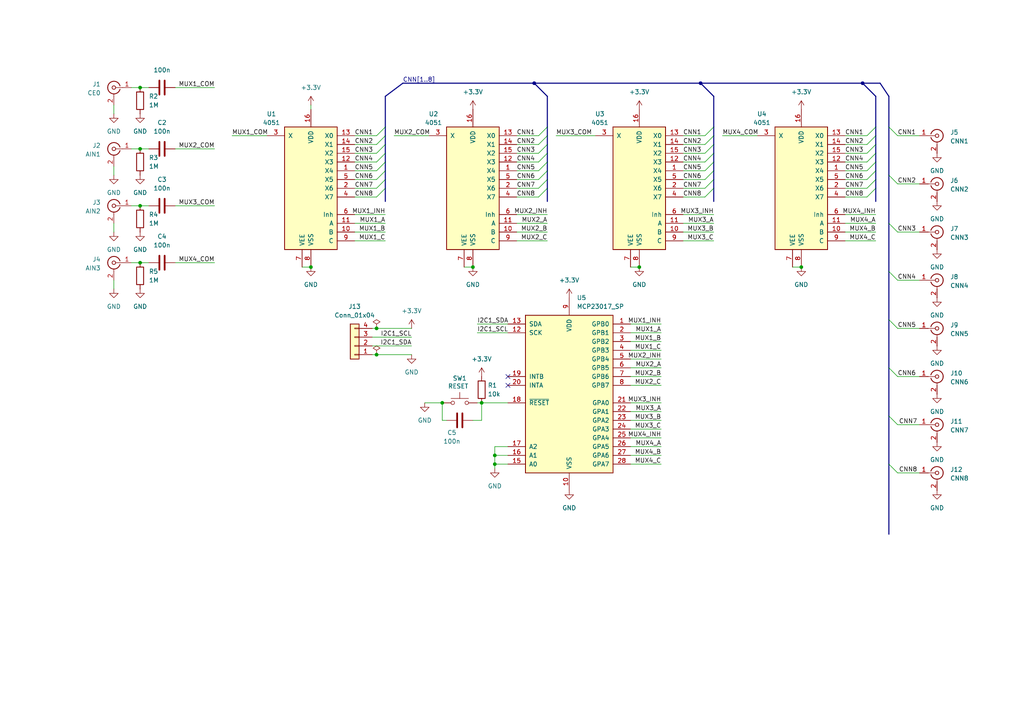
<source format=kicad_sch>
(kicad_sch (version 20231120) (generator "eeschema") (generator_version "8.0")
  (paper "A4")
  (lib_symbols
    (symbol "4xxx:4051" (pin_names (offset 1.016))
      (property "Reference" "U" (at -7.62 19.05 0))
      (property "Value" "4051" (at -7.62 -19.05 0))
      (symbol "4051_1_0"
        (pin passive line (at -12.7 5.08 0) (length 5.08) (name "X4") (number "1"))
        (pin input line (at -12.7 -12.7 0) (length 5.08) (name "B") (number "10"))
        (pin input line (at -12.7 -10.16 0) (length 5.08) (name "A") (number "11"))
        (pin passive line (at -12.7 7.62 0) (length 5.08) (name "X3") (number "12"))
        (pin passive line (at -12.7 15.24 0) (length 5.08) (name "X0") (number "13"))
        (pin passive line (at -12.7 12.7 0) (length 5.08) (name "X1") (number "14"))
        (pin passive line (at -12.7 10.16 0) (length 5.08) (name "X2") (number "15"))
        (pin power_in line (at 0 22.86 270) (length 5.08) (name "VDD") (number "16"))
        (pin passive line (at -12.7 0 0) (length 5.08) (name "X6") (number "2"))
        (pin passive line (at 12.7 15.24 180) (length 5.08) (name "X") (number "3"))
        (pin passive line (at -12.7 -2.54 0) (length 5.08) (name "X7") (number "4"))
        (pin passive line (at -12.7 2.54 0) (length 5.08) (name "X5") (number "5"))
        (pin input line (at -12.7 -7.62 0) (length 5.08) (name "Inh") (number "6"))
        (pin power_in line (at 2.54 -22.86 90) (length 5.08) (name "VEE") (number "7"))
        (pin power_in line (at 0 -22.86 90) (length 5.08) (name "VSS") (number "8"))
        (pin input line (at -12.7 -15.24 0) (length 5.08) (name "C") (number "9"))
      )
      (symbol "4051_1_1"
        (rectangle (start -7.62 17.78) (end 7.62 -17.78) (stroke (width 0.254)) (fill (type background)))
      )
    )
    (symbol "Connector:Conn_Coaxial" (pin_names (offset 1.016) hide)
      (property "Reference" "J" (at 0.254 3.048 0))
      (property "Value" "Conn_Coaxial" (at 2.921 0 90))
      (symbol "Conn_Coaxial_0_1"
        (arc (start -1.778 -0.508) (mid 0.2311 -1.8066) (end 1.778 0) (stroke (width 0.254)))
        (polyline (pts (xy -2.54 0) (xy -0.508 0)))
        (polyline (pts (xy 0 -2.54) (xy 0 -1.778)))
        (circle (center 0 0) (radius 0.508) (stroke (width 0.2032)))
        (arc (start 1.778 0) (mid 0.2099 1.8101) (end -1.778 0.508) (stroke (width 0.254)))
      )
      (symbol "Conn_Coaxial_1_1"
        (pin passive line (at -5.08 0 0) (length 2.54) (name "In") (number "1"))
        (pin passive line (at 0 -5.08 90) (length 2.54) (name "Ext") (number "2"))
      )
    )
    (symbol "Connector_Generic:Conn_01x04" (pin_names (offset 1.016) hide)
      (property "Reference" "J" (at 0 5.08 0))
      (property "Value" "Conn_01x04" (at 0 -7.62 0))
      (symbol "Conn_01x04_1_1"
        (rectangle (start -1.27 -4.953) (end 0 -5.207) (stroke (width 0.1524)))
        (rectangle (start -1.27 -2.413) (end 0 -2.667) (stroke (width 0.1524)))
        (rectangle (start -1.27 0.127) (end 0 -0.127) (stroke (width 0.1524)))
        (rectangle (start -1.27 2.667) (end 0 2.413) (stroke (width 0.1524)))
        (rectangle (start -1.27 3.81) (end 1.27 -6.35) (stroke (width 0.254)) (fill (type background)))
        (pin passive line (at -5.08 2.54 0) (length 3.81) (name "Pin_1") (number "1"))
        (pin passive line (at -5.08 0 0) (length 3.81) (name "Pin_2") (number "2"))
        (pin passive line (at -5.08 -2.54 0) (length 3.81) (name "Pin_3") (number "3"))
        (pin passive line (at -5.08 -5.08 0) (length 3.81) (name "Pin_4") (number "4"))
      )
    )
    (symbol "Device:C" (pin_numbers hide) (pin_names (offset 0.254))
      (property "Reference" "C" (at 0.635 2.54 0))
      (property "Value" "C" (at 0.635 -2.54 0))
      (symbol "C_0_1"
        (polyline (pts (xy -2.032 -0.762) (xy 2.032 -0.762)) (stroke (width 0.508)))
        (polyline (pts (xy -2.032 0.762) (xy 2.032 0.762)) (stroke (width 0.508)))
      )
      (symbol "C_1_1"
        (pin passive line (at 0 3.81 270) (length 2.794) (name "~") (number "1"))
        (pin passive line (at 0 -3.81 90) (length 2.794) (name "~") (number "2"))
      )
    )
    (symbol "Device:R" (pin_numbers hide) (pin_names (offset 0))
      (property "Reference" "R" (at 2.032 0 90))
      (property "Value" "R" (at 0 0 90))
      (symbol "R_0_1"
        (rectangle (start -1.016 -2.54) (end 1.016 2.54) (stroke (width 0.254)))
      )
      (symbol "R_1_1"
        (pin passive line (at 0 3.81 270) (length 1.27) (name "~") (number "1"))
        (pin passive line (at 0 -3.81 90) (length 1.27) (name "~") (number "2"))
      )
    )
    (symbol "Interface_Expansion:MCP23017_SP" (pin_names (offset 1.016))
      (property "Reference" "U" (at -11.43 24.13 0))
      (property "Value" "MCP23017_SP" (at 0 0 0))
      (symbol "MCP23017_SP_0_1"
        (rectangle (start -12.7 22.86) (end 12.7 -22.86) (stroke (width 0.254)) (fill (type background)))
      )
      (symbol "MCP23017_SP_1_1"
        (pin bidirectional line (at 17.78 20.32 180) (length 5.08) (name "GPB0") (number "1"))
        (pin power_in line (at 0 -27.94 90) (length 5.08) (name "VSS") (number "10"))
        (pin no_connect line (at -12.7 15.24 0) (length 5.08) hide (name "NC") (number "11"))
        (pin input line (at -17.78 17.78 0) (length 5.08) (name "SCK") (number "12"))
        (pin bidirectional line (at -17.78 20.32 0) (length 5.08) (name "SDA") (number "13"))
        (pin no_connect line (at -12.7 12.7 0) (length 5.08) hide (name "NC") (number "14"))
        (pin input line (at -17.78 -20.32 0) (length 5.08) (name "A0") (number "15"))
        (pin input line (at -17.78 -17.78 0) (length 5.08) (name "A1") (number "16"))
        (pin input line (at -17.78 -15.24 0) (length 5.08) (name "A2") (number "17"))
        (pin input line (at -17.78 -2.54 0) (length 5.08) (name "~{RESET}") (number "18"))
        (pin tri_state line (at -17.78 5.08 0) (length 5.08) (name "INTB") (number "19"))
        (pin bidirectional line (at 17.78 17.78 180) (length 5.08) (name "GPB1") (number "2"))
        (pin tri_state line (at -17.78 2.54 0) (length 5.08) (name "INTA") (number "20"))
        (pin bidirectional line (at 17.78 -2.54 180) (length 5.08) (name "GPA0") (number "21"))
        (pin bidirectional line (at 17.78 -5.08 180) (length 5.08) (name "GPA1") (number "22"))
        (pin bidirectional line (at 17.78 -7.62 180) (length 5.08) (name "GPA2") (number "23"))
        (pin bidirectional line (at 17.78 -10.16 180) (length 5.08) (name "GPA3") (number "24"))
        (pin bidirectional line (at 17.78 -12.7 180) (length 5.08) (name "GPA4") (number "25"))
        (pin bidirectional line (at 17.78 -15.24 180) (length 5.08) (name "GPA5") (number "26"))
        (pin bidirectional line (at 17.78 -17.78 180) (length 5.08) (name "GPA6") (number "27"))
        (pin bidirectional line (at 17.78 -20.32 180) (length 5.08) (name "GPA7") (number "28"))
        (pin bidirectional line (at 17.78 15.24 180) (length 5.08) (name "GPB2") (number "3"))
        (pin bidirectional line (at 17.78 12.7 180) (length 5.08) (name "GPB3") (number "4"))
        (pin bidirectional line (at 17.78 10.16 180) (length 5.08) (name "GPB4") (number "5"))
        (pin bidirectional line (at 17.78 7.62 180) (length 5.08) (name "GPB5") (number "6"))
        (pin bidirectional line (at 17.78 5.08 180) (length 5.08) (name "GPB6") (number "7"))
        (pin bidirectional line (at 17.78 2.54 180) (length 5.08) (name "GPB7") (number "8"))
        (pin power_in line (at 0 27.94 270) (length 5.08) (name "VDD") (number "9"))
      )
    )
    (symbol "Switch:SW_Push" (pin_numbers hide) (pin_names (offset 1.016) hide)
      (property "Reference" "SW" (at 1.27 2.54 0))
      (property "Value" "SW_Push" (at 0 -1.524 0))
      (symbol "SW_Push_0_1"
        (circle (center -2.032 0) (radius 0.508))
        (polyline (pts (xy 0 1.27) (xy 0 3.048)))
        (polyline (pts (xy 2.54 1.27) (xy -2.54 1.27)))
        (circle (center 2.032 0) (radius 0.508))
        (pin passive line (at -5.08 0 0) (length 2.54) (name "1") (number "1"))
        (pin passive line (at 5.08 0 180) (length 2.54) (name "2") (number "2"))
      )
    )
    (symbol "power:+3.3V" (power) (pin_numbers hide) (pin_names (offset 0) hide)
      (property "Value" "+3.3V" (at 0 3.556 0))
      (symbol "+3.3V_0_1"
        (polyline (pts (xy -0.762 1.27) (xy 0 2.54)))
        (polyline (pts (xy 0 0) (xy 0 2.54)))
        (polyline (pts (xy 0 2.54) (xy 0.762 1.27)))
      )
      (symbol "+3.3V_1_1"
        (pin power_in line (at 0 0 90) (length 0) (name "~") (number "1"))
      )
    )
    (symbol "power:GND" (power) (pin_numbers hide) (pin_names (offset 0) hide)
      (property "Value" "GND" (at 0 -3.81 0))
      (symbol "GND_0_1"
        (polyline (pts (xy 0 0) (xy 0 -1.27) (xy 1.27 -1.27) (xy 0 -2.54) (xy -1.27 -1.27) (xy 0 -1.27)))
      )
      (symbol "GND_1_1"
        (pin power_in line (at 0 0 270) (length 0) (name "~") (number "1"))
      )
    )
    (symbol "power:PWR_FLAG" (power) (pin_numbers hide) (pin_names (offset 0) hide)
      (property "Value" "PWR_FLAG" (at 0 3.81 0))
      (symbol "PWR_FLAG_0_0"
        (pin power_out line (at 0 0 90) (length 0) (name "~") (number "1"))
      )
      (symbol "PWR_FLAG_0_1"
        (polyline (pts (xy 0 0) (xy 0 1.27) (xy -1.016 1.905) (xy 0 2.54) (xy 1.016 1.905) (xy 0 1.27)))
      )
    )
  )
  (junction (at 232.41 77.47))
  (junction (at 250.19 24.13))
  (junction (at 143.51 132.08))
  (junction (at 203.2 24.13))
  (junction (at 40.64 43.18))
  (junction (at 109.22 95.25))
  (junction (at 40.64 25.4))
  (junction (at 109.22 102.87))
  (junction (at 185.42 77.47))
  (junction (at 40.64 76.2))
  (junction (at 137.16 77.47))
  (junction (at 128.27 116.84))
  (junction (at 139.7 116.84))
  (junction (at 90.17 77.47))
  (junction (at 143.51 134.62))
  (junction (at 40.64 59.69))
  (junction (at 154.94 24.13))
  (no_connect (at 147.32 109.22))
  (no_connect (at 147.32 111.76))
  (bus_entry (at 204.47 57.15) (size 2.54 -2.54))
  (bus_entry (at 257.81 120.65) (size 2.54 2.54))
  (bus_entry (at 251.46 41.91) (size 2.54 -2.54))
  (bus_entry (at 109.22 39.37) (size 2.54 -2.54))
  (bus_entry (at 156.21 41.91) (size 2.54 -2.54))
  (bus_entry (at 257.81 36.83) (size 2.54 2.54))
  (bus_entry (at 156.21 44.45) (size 2.54 -2.54))
  (bus_entry (at 204.47 52.07) (size 2.54 -2.54))
  (bus_entry (at 156.21 49.53) (size 2.54 -2.54))
  (bus_entry (at 156.21 52.07) (size 2.54 -2.54))
  (bus_entry (at 109.22 46.99) (size 2.54 -2.54))
  (bus_entry (at 257.81 78.74) (size 2.54 2.54))
  (bus_entry (at 156.21 57.15) (size 2.54 -2.54))
  (bus_entry (at 204.47 39.37) (size 2.54 -2.54))
  (bus_entry (at 251.46 44.45) (size 2.54 -2.54))
  (bus_entry (at 257.81 92.71) (size 2.54 2.54))
  (bus_entry (at 251.46 49.53) (size 2.54 -2.54))
  (bus_entry (at 251.46 52.07) (size 2.54 -2.54))
  (bus_entry (at 109.22 49.53) (size 2.54 -2.54))
  (bus_entry (at 204.47 44.45) (size 2.54 -2.54))
  (bus_entry (at 204.47 54.61) (size 2.54 -2.54))
  (bus_entry (at 109.22 54.61) (size 2.54 -2.54))
  (bus_entry (at 204.47 49.53) (size 2.54 -2.54))
  (bus_entry (at 251.46 46.99) (size 2.54 -2.54))
  (bus_entry (at 156.21 46.99) (size 2.54 -2.54))
  (bus_entry (at 109.22 44.45) (size 2.54 -2.54))
  (bus_entry (at 156.21 39.37) (size 2.54 -2.54))
  (bus_entry (at 257.81 134.62) (size 2.54 2.54))
  (bus_entry (at 109.22 41.91) (size 2.54 -2.54))
  (bus_entry (at 257.81 50.8) (size 2.54 2.54))
  (bus_entry (at 257.81 106.68) (size 2.54 2.54))
  (bus_entry (at 204.47 46.99) (size 2.54 -2.54))
  (bus_entry (at 251.46 54.61) (size 2.54 -2.54))
  (bus_entry (at 251.46 39.37) (size 2.54 -2.54))
  (bus_entry (at 204.47 41.91) (size 2.54 -2.54))
  (bus_entry (at 109.22 57.15) (size 2.54 -2.54))
  (bus_entry (at 109.22 52.07) (size 2.54 -2.54))
  (bus_entry (at 156.21 54.61) (size 2.54 -2.54))
  (bus_entry (at 251.46 57.15) (size 2.54 -2.54))
  (bus_entry (at 257.81 64.77) (size 2.54 2.54))
  (wire (pts (xy 149.86 54.61) (xy 156.21 54.61)))
  (wire (pts (xy 87.63 77.47) (xy 90.17 77.47)))
  (bus (pts (xy 254 54.61) (xy 254 52.07)))
  (wire (pts (xy 260.35 53.34) (xy 266.7 53.34)))
  (wire (pts (xy 198.12 62.23) (xy 207.01 62.23)))
  (wire (pts (xy 245.11 69.85) (xy 254 69.85)))
  (wire (pts (xy 107.95 100.33) (xy 119.38 100.33)))
  (bus (pts (xy 207.01 39.37) (xy 207.01 36.83)))
  (wire (pts (xy 128.27 121.92) (xy 129.54 121.92)))
  (bus (pts (xy 158.75 41.91) (xy 158.75 39.37)))
  (wire (pts (xy 134.62 77.47) (xy 137.16 77.47)))
  (wire (pts (xy 149.86 57.15) (xy 156.21 57.15)))
  (wire (pts (xy 245.11 67.31) (xy 254 67.31)))
  (wire (pts (xy 139.7 116.84) (xy 139.7 121.92)))
  (bus (pts (xy 111.76 54.61) (xy 111.76 52.07)))
  (wire (pts (xy 143.51 134.62) (xy 147.32 134.62)))
  (wire (pts (xy 182.88 99.06) (xy 191.77 99.06)))
  (bus (pts (xy 254 52.07) (xy 254 49.53)))
  (wire (pts (xy 40.64 59.69) (xy 43.18 59.69)))
  (bus (pts (xy 158.75 36.83) (xy 158.75 27.94)))
  (bus (pts (xy 158.75 49.53) (xy 158.75 46.99)))
  (bus (pts (xy 257.81 36.83) (xy 257.81 50.8)))
  (wire (pts (xy 198.12 49.53) (xy 204.47 49.53)))
  (bus (pts (xy 111.76 49.53) (xy 111.76 46.99)))
  (wire (pts (xy 182.88 106.68) (xy 191.77 106.68)))
  (wire (pts (xy 102.87 57.15) (xy 109.22 57.15)))
  (wire (pts (xy 137.16 121.92) (xy 139.7 121.92)))
  (wire (pts (xy 102.87 44.45) (xy 109.22 44.45)))
  (wire (pts (xy 182.88 104.14) (xy 191.77 104.14)))
  (wire (pts (xy 50.8 59.69) (xy 62.23 59.69)))
  (wire (pts (xy 33.02 83.82) (xy 33.02 81.28)))
  (wire (pts (xy 161.29 39.37) (xy 172.72 39.37)))
  (bus (pts (xy 257.81 27.94) (xy 257.81 36.83)))
  (bus (pts (xy 111.76 52.07) (xy 111.76 49.53)))
  (wire (pts (xy 245.11 52.07) (xy 251.46 52.07)))
  (wire (pts (xy 182.88 127) (xy 191.77 127)))
  (wire (pts (xy 182.88 134.62) (xy 191.77 134.62)))
  (bus (pts (xy 257.81 134.62) (xy 257.81 154.94)))
  (bus (pts (xy 207.01 44.45) (xy 207.01 41.91)))
  (wire (pts (xy 245.11 64.77) (xy 254 64.77)))
  (bus (pts (xy 207.01 41.91) (xy 207.01 39.37)))
  (bus (pts (xy 111.76 44.45) (xy 111.76 41.91)))
  (wire (pts (xy 143.51 129.54) (xy 147.32 129.54)))
  (bus (pts (xy 257.81 78.74) (xy 257.81 92.71)))
  (bus (pts (xy 158.75 44.45) (xy 158.75 41.91)))
  (bus (pts (xy 250.19 24.13) (xy 255.27 24.13)))
  (wire (pts (xy 149.86 44.45) (xy 156.21 44.45)))
  (wire (pts (xy 198.12 46.99) (xy 204.47 46.99)))
  (wire (pts (xy 182.88 101.6) (xy 191.77 101.6)))
  (wire (pts (xy 182.88 129.54) (xy 191.77 129.54)))
  (bus (pts (xy 158.75 52.07) (xy 158.75 49.53)))
  (wire (pts (xy 149.86 46.99) (xy 156.21 46.99)))
  (wire (pts (xy 40.64 43.18) (xy 43.18 43.18)))
  (wire (pts (xy 102.87 41.91) (xy 109.22 41.91)))
  (bus (pts (xy 203.2 24.13) (xy 250.19 24.13)))
  (bus (pts (xy 111.76 36.83) (xy 111.76 27.94)))
  (wire (pts (xy 149.86 67.31) (xy 158.75 67.31)))
  (bus (pts (xy 116.84 24.13) (xy 154.94 24.13)))
  (wire (pts (xy 50.8 76.2) (xy 62.23 76.2)))
  (bus (pts (xy 111.76 27.94) (xy 116.84 24.13)))
  (wire (pts (xy 198.12 39.37) (xy 204.47 39.37)))
  (wire (pts (xy 102.87 46.99) (xy 109.22 46.99)))
  (bus (pts (xy 257.81 106.68) (xy 257.81 120.65)))
  (wire (pts (xy 40.64 25.4) (xy 43.18 25.4)))
  (bus (pts (xy 254 49.53) (xy 254 46.99)))
  (wire (pts (xy 102.87 52.07) (xy 109.22 52.07)))
  (wire (pts (xy 182.88 77.47) (xy 185.42 77.47)))
  (bus (pts (xy 254 27.94) (xy 250.19 24.13)))
  (wire (pts (xy 182.88 109.22) (xy 191.77 109.22)))
  (wire (pts (xy 143.51 132.08) (xy 147.32 132.08)))
  (wire (pts (xy 90.17 30.48) (xy 90.17 31.75)))
  (wire (pts (xy 107.95 102.87) (xy 109.22 102.87)))
  (bus (pts (xy 207.01 46.99) (xy 207.01 44.45)))
  (bus (pts (xy 158.75 58.42) (xy 158.75 54.61)))
  (wire (pts (xy 229.87 77.47) (xy 232.41 77.47)))
  (wire (pts (xy 245.11 54.61) (xy 251.46 54.61)))
  (wire (pts (xy 50.8 25.4) (xy 62.23 25.4)))
  (wire (pts (xy 50.8 43.18) (xy 62.23 43.18)))
  (wire (pts (xy 149.86 62.23) (xy 158.75 62.23)))
  (wire (pts (xy 182.88 111.76) (xy 191.77 111.76)))
  (wire (pts (xy 198.12 67.31) (xy 207.01 67.31)))
  (bus (pts (xy 257.81 64.77) (xy 257.81 78.74)))
  (wire (pts (xy 245.11 46.99) (xy 251.46 46.99)))
  (wire (pts (xy 198.12 52.07) (xy 204.47 52.07)))
  (wire (pts (xy 182.88 116.84) (xy 191.77 116.84)))
  (bus (pts (xy 158.75 39.37) (xy 158.75 36.83)))
  (wire (pts (xy 102.87 49.53) (xy 109.22 49.53)))
  (bus (pts (xy 158.75 46.99) (xy 158.75 44.45)))
  (wire (pts (xy 143.51 129.54) (xy 143.51 132.08)))
  (wire (pts (xy 182.88 93.98) (xy 191.77 93.98)))
  (wire (pts (xy 107.95 97.79) (xy 119.38 97.79)))
  (wire (pts (xy 67.31 39.37) (xy 77.47 39.37)))
  (bus (pts (xy 111.76 41.91) (xy 111.76 39.37)))
  (wire (pts (xy 114.3 39.37) (xy 124.46 39.37)))
  (wire (pts (xy 33.02 67.31) (xy 33.02 64.77)))
  (bus (pts (xy 254 41.91) (xy 254 39.37)))
  (wire (pts (xy 102.87 39.37) (xy 109.22 39.37)))
  (wire (pts (xy 143.51 132.08) (xy 143.51 134.62)))
  (wire (pts (xy 38.1 76.2) (xy 40.64 76.2)))
  (wire (pts (xy 198.12 64.77) (xy 207.01 64.77)))
  (wire (pts (xy 149.86 69.85) (xy 158.75 69.85)))
  (wire (pts (xy 260.35 39.37) (xy 266.7 39.37)))
  (bus (pts (xy 254 58.42) (xy 254 54.61)))
  (bus (pts (xy 111.76 39.37) (xy 111.76 36.83)))
  (wire (pts (xy 209.55 39.37) (xy 219.71 39.37)))
  (wire (pts (xy 182.88 132.08) (xy 191.77 132.08)))
  (wire (pts (xy 149.86 49.53) (xy 156.21 49.53)))
  (wire (pts (xy 102.87 67.31) (xy 111.76 67.31)))
  (wire (pts (xy 198.12 44.45) (xy 204.47 44.45)))
  (wire (pts (xy 245.11 62.23) (xy 254 62.23)))
  (wire (pts (xy 245.11 57.15) (xy 251.46 57.15)))
  (bus (pts (xy 254 39.37) (xy 254 36.83)))
  (wire (pts (xy 149.86 39.37) (xy 156.21 39.37)))
  (bus (pts (xy 158.75 27.94) (xy 154.94 24.13)))
  (bus (pts (xy 257.81 120.65) (xy 257.81 134.62)))
  (wire (pts (xy 260.35 95.25) (xy 266.7 95.25)))
  (wire (pts (xy 182.88 96.52) (xy 191.77 96.52)))
  (bus (pts (xy 254 44.45) (xy 254 41.91)))
  (wire (pts (xy 33.02 50.8) (xy 33.02 48.26)))
  (wire (pts (xy 182.88 119.38) (xy 191.77 119.38)))
  (wire (pts (xy 123.19 116.84) (xy 128.27 116.84)))
  (wire (pts (xy 33.02 30.48) (xy 33.02 33.02)))
  (wire (pts (xy 149.86 41.91) (xy 156.21 41.91)))
  (wire (pts (xy 198.12 41.91) (xy 204.47 41.91)))
  (bus (pts (xy 111.76 46.99) (xy 111.76 44.45)))
  (wire (pts (xy 149.86 52.07) (xy 156.21 52.07)))
  (wire (pts (xy 198.12 54.61) (xy 204.47 54.61)))
  (bus (pts (xy 207.01 49.53) (xy 207.01 46.99)))
  (wire (pts (xy 245.11 41.91) (xy 251.46 41.91)))
  (bus (pts (xy 257.81 50.8) (xy 257.81 64.77)))
  (wire (pts (xy 182.88 121.92) (xy 191.77 121.92)))
  (bus (pts (xy 111.76 58.42) (xy 111.76 54.61)))
  (wire (pts (xy 102.87 64.77) (xy 111.76 64.77)))
  (wire (pts (xy 182.88 124.46) (xy 191.77 124.46)))
  (bus (pts (xy 207.01 54.61) (xy 207.01 52.07)))
  (wire (pts (xy 102.87 54.61) (xy 109.22 54.61)))
  (wire (pts (xy 260.35 123.19) (xy 266.7 123.19)))
  (wire (pts (xy 260.35 67.31) (xy 266.7 67.31)))
  (bus (pts (xy 207.01 27.94) (xy 203.2 24.13)))
  (wire (pts (xy 128.27 116.84) (xy 128.27 121.92)))
  (wire (pts (xy 260.35 109.22) (xy 266.7 109.22)))
  (wire (pts (xy 245.11 49.53) (xy 251.46 49.53)))
  (bus (pts (xy 158.75 54.61) (xy 158.75 52.07)))
  (wire (pts (xy 198.12 57.15) (xy 204.47 57.15)))
  (wire (pts (xy 138.43 116.84) (xy 139.7 116.84)))
  (wire (pts (xy 138.43 93.98) (xy 147.32 93.98)))
  (wire (pts (xy 260.35 81.28) (xy 266.7 81.28)))
  (bus (pts (xy 255.27 24.13) (xy 257.81 27.94)))
  (wire (pts (xy 245.11 44.45) (xy 251.46 44.45)))
  (wire (pts (xy 38.1 25.4) (xy 40.64 25.4)))
  (wire (pts (xy 138.43 96.52) (xy 147.32 96.52)))
  (bus (pts (xy 207.01 52.07) (xy 207.01 49.53)))
  (wire (pts (xy 107.95 95.25) (xy 109.22 95.25)))
  (bus (pts (xy 254 46.99) (xy 254 44.45)))
  (wire (pts (xy 143.51 134.62) (xy 143.51 135.89)))
  (bus (pts (xy 207.01 36.83) (xy 207.01 27.94)))
  (wire (pts (xy 40.64 76.2) (xy 43.18 76.2)))
  (wire (pts (xy 109.22 102.87) (xy 119.38 102.87)))
  (bus (pts (xy 154.94 24.13) (xy 203.2 24.13)))
  (bus (pts (xy 254 36.83) (xy 254 27.94)))
  (wire (pts (xy 38.1 59.69) (xy 40.64 59.69)))
  (wire (pts (xy 149.86 64.77) (xy 158.75 64.77)))
  (wire (pts (xy 139.7 116.84) (xy 147.32 116.84)))
  (bus (pts (xy 207.01 58.42) (xy 207.01 54.61)))
  (bus (pts (xy 257.81 92.71) (xy 257.81 106.68)))
  (wire (pts (xy 260.35 137.16) (xy 266.7 137.16)))
  (wire (pts (xy 245.11 39.37) (xy 251.46 39.37)))
  (wire (pts (xy 109.22 95.25) (xy 119.38 95.25)))
  (wire (pts (xy 38.1 43.18) (xy 40.64 43.18)))
  (wire (pts (xy 102.87 62.23) (xy 111.76 62.23)))
  (wire (pts (xy 102.87 69.85) (xy 111.76 69.85)))
  (wire (pts (xy 198.12 69.85) (xy 207.01 69.85)))
  (label "CNN2" (at 245.11 41.91 0))
  (label "CNN1" (at 149.86 39.37 0))
  (label "MUX3_INH" (at 191.77 116.84 180))
  (label "MUX4_INH" (at 254 62.23 180))
  (label "CNN4" (at 260.35 81.28 0))
  (label "CNN7" (at 245.11 54.61 0))
  (label "MUX1_C" (at 111.76 69.85 180))
  (label "MUX2_C" (at 158.75 69.85 180))
  (label "MUX2_A" (at 191.77 106.68 180))
  (label "CNN7" (at 198.12 54.61 0))
  (label "CNN2" (at 102.87 41.91 0))
  (label "MUX3_B" (at 191.77 121.92 180))
  (label "CNN6" (at 260.35 109.22 0))
  (label "CNN6" (at 102.87 52.07 0))
  (label "CNN8" (at 245.11 57.15 0))
  (label "CNN3" (at 198.12 44.45 0))
  (label "MUX1_INH" (at 191.77 93.98 180))
  (label "MUX4_A" (at 254 64.77 180))
  (label "MUX4_C" (at 254 69.85 180))
  (label "CNN2" (at 149.86 41.91 0))
  (label "MUX1_A" (at 191.77 96.52 180))
  (label "MUX1_C" (at 191.77 101.6 180))
  (label "MUX4_B" (at 254 67.31 180))
  (label "CNN6" (at 245.11 52.07 0))
  (label "MUX4_C" (at 191.77 134.62 180))
  (label "CNN8" (at 149.86 57.15 0))
  (label "CNN7" (at 149.86 54.61 0))
  (label "MUX2_B" (at 158.75 67.31 180))
  (label "MUX3_A" (at 207.01 64.77 180))
  (label "CNN3" (at 102.87 44.45 0))
  (label "CNN1" (at 102.87 39.37 0))
  (label "MUX2_B" (at 191.77 109.22 180))
  (label "CNN5" (at 260.35 95.25 0))
  (label "MUX2_COM" (at 114.3 39.37 0))
  (label "CNN2" (at 198.12 41.91 0))
  (label "CNN1" (at 260.35 39.37 0))
  (label "MUX4_INH" (at 191.77 127 180))
  (label "CNN4" (at 198.12 46.99 0))
  (label "I2C1_SDA" (at 138.43 93.98 0))
  (label "MUX4_B" (at 191.77 132.08 180))
  (label "CNN4" (at 245.11 46.99 0))
  (label "MUX1_COM" (at 62.23 25.4 180))
  (label "MUX2_A" (at 158.75 64.77 180))
  (label "MUX2_INH" (at 191.77 104.14 180))
  (label "CNN4" (at 149.86 46.99 0))
  (label "CNN1" (at 198.12 39.37 0))
  (label "CNN3" (at 245.11 44.45 0))
  (label "MUX1_A" (at 111.76 64.77 180))
  (label "MUX3_INH" (at 207.01 62.23 180))
  (label "CNN[1..8]" (at 116.84 24.13 0))
  (label "MUX2_INH" (at 158.75 62.23 180))
  (label "CNN7" (at 102.87 54.61 0))
  (label "MUX2_COM" (at 62.23 43.18 180))
  (label "CNN6" (at 198.12 52.07 0))
  (label "MUX4_COM" (at 62.23 76.2 180))
  (label "MUX4_COM" (at 209.55 39.37 0))
  (label "MUX3_B" (at 207.01 67.31 180))
  (label "MUX3_C" (at 207.01 69.85 180))
  (label "MUX1_INH" (at 111.76 62.23 180))
  (label "CNN5" (at 245.11 49.53 0))
  (label "I2C1_SCL" (at 119.38 97.79 180))
  (label "MUX1_B" (at 111.76 67.31 180))
  (label "CNN8" (at 102.87 57.15 0))
  (label "MUX2_C" (at 191.77 111.76 180))
  (label "MUX1_COM" (at 67.31 39.37 0))
  (label "MUX3_C" (at 191.77 124.46 180))
  (label "CNN6" (at 149.86 52.07 0))
  (label "CNN5" (at 149.86 49.53 0))
  (label "CNN8" (at 198.12 57.15 0))
  (label "CNN2" (at 260.35 53.34 0))
  (label "CNN7" (at 260.7178 123.19 0))
  (label "MUX1_B" (at 191.77 99.06 180))
  (label "CNN5" (at 102.87 49.53 0))
  (label "I2C1_SCL" (at 138.43 96.52 0))
  (label "MUX3_COM" (at 62.23 59.69 180))
  (label "CNN1" (at 245.11 39.37 0))
  (label "CNN8" (at 260.7178 137.16 0))
  (label "CNN4" (at 102.87 46.99 0))
  (label "CNN3" (at 149.86 44.45 0))
  (label "I2C1_SDA" (at 119.38 100.33 180))
  (label "MUX4_A" (at 191.77 129.54 180))
  (label "CNN5" (at 198.12 49.53 0))
  (label "MUX3_COM" (at 161.29 39.37 0))
  (label "MUX3_A" (at 191.77 119.38 180))
  (label "CNN3" (at 260.35 67.31 0))
  (symbol (lib_id "Device:R") (at 40.64 80.01 0) (unit 1)
    (property "Reference" "R5" (at 43.18 78.7399 0) (effects (justify left)))
    (property "Value" "1M" (at 43.18 81.2799 0) (effects (justify left)))
    (property "Footprint" "Resistor_SMD:R_0402_1005Metric" (effects (hide yes)))
    (property "Description" "Resistor" (effects (hide yes)))
  )
  (symbol (lib_id "4xxx:4051") (at 90.17 54.61 0) (mirror y) (unit 1)
    (property "Reference" "U1" (at 78.74 33.0514 0))
    (property "Value" "4051" (at 78.74 35.5914 0))
    (property "Footprint" "Package_DIP:DIP-16_W7.62mm_Socket" (effects (hide yes)))
    (property "Datasheet" "http://www.intersil.com/content/dam/Intersil/documents/cd40/cd4051bms-52bms-53bms.pdf" (effects (hide yes)))
    (property "Description" "Analog Multiplexer 8 to 1 lins" (effects (hide yes)))
  )
  (symbol (lib_id "Connector:Conn_Coaxial") (at 33.02 59.69 0) (mirror y) (unit 1)
    (property "Reference" "J3" (at 29.21 58.7131 0) (effects (justify left)))
    (property "Value" "AIN2" (at 29.21 61.2531 0) (effects (justify left)))
    (property "Footprint" "Connector_PinSocket_2.54mm:PinSocket_1x02_P2.54mm_Vertical" (effects (hide yes)))
    (property "Description" "coaxial connector (BNC, SMA, SMB, SMC, Cinch/RCA, LEMO, ...)" (effects (hide yes)))
  )
  (symbol (lib_id "Connector:Conn_Coaxial") (at 271.78 95.25 0) (unit 1)
    (property "Reference" "J9" (at 275.59 94.2731 0) (effects (justify left)))
    (property "Value" "CNN5" (at 275.59 96.8131 0) (effects (justify left)))
    (property "Footprint" "Connector_PinHeader_2.54mm:PinHeader_1x02_P2.54mm_Horizontal" (effects (hide yes)))
    (property "Description" "coaxial connector (BNC, SMA, SMB, SMC, Cinch/RCA, LEMO, ...)" (effects (hide yes)))
  )
  (symbol (lib_id "power:GND") (at 40.64 50.8 0) (unit 1)
    (property "Reference" "#PWR04" (effects (hide yes)))
    (property "Value" "GND" (at 40.64 55.88 0))
    (property "Description" "Power symbol creates a global label with name \"GND\" , ground" (effects (hide yes)))
  )
  (symbol (lib_id "power:+3.3V") (at 139.7 109.22 0) (unit 1)
    (property "Reference" "#PWR025" (effects (hide yes)))
    (property "Value" "+3.3V" (at 139.7 104.14 0))
    (property "Description" "Power symbol creates a global label with name \"+3.3V\"" (effects (hide yes)))
  )
  (symbol (lib_id "power:+3.3V") (at 137.16 31.75 0) (unit 1)
    (property "Reference" "#PWR017" (effects (hide yes)))
    (property "Value" "+3.3V" (at 137.16 26.67 0))
    (property "Description" "Power symbol creates a global label with name \"+3.3V\"" (effects (hide yes)))
  )
  (symbol (lib_id "power:GND") (at 40.64 83.82 0) (unit 1)
    (property "Reference" "#PWR029" (effects (hide yes)))
    (property "Value" "GND" (at 40.64 88.9 0))
    (property "Description" "Power symbol creates a global label with name \"GND\" , ground" (effects (hide yes)))
  )
  (symbol (lib_id "Device:R") (at 40.64 46.99 0) (unit 1)
    (property "Reference" "R3" (at 43.18 45.7199 0) (effects (justify left)))
    (property "Value" "1M" (at 43.18 48.2599 0) (effects (justify left)))
    (property "Footprint" "Resistor_SMD:R_0402_1005Metric" (effects (hide yes)))
    (property "Description" "Resistor" (effects (hide yes)))
  )
  (symbol (lib_id "Device:C") (at 46.99 43.18 90) (unit 1)
    (property "Reference" "C2" (at 46.99 35.56 90))
    (property "Value" "100n" (at 46.99 38.1 90))
    (property "Footprint" "Capacitor_SMD:C_0402_1005Metric" (effects (hide yes)))
    (property "Description" "Unpolarized capacitor" (effects (hide yes)))
  )
  (symbol (lib_id "Device:C") (at 46.99 76.2 90) (unit 1)
    (property "Reference" "C4" (at 46.99 68.58 90))
    (property "Value" "100n" (at 46.99 71.12 90))
    (property "Footprint" "Capacitor_SMD:C_0402_1005Metric" (effects (hide yes)))
    (property "Description" "Unpolarized capacitor" (effects (hide yes)))
  )
  (symbol (lib_id "power:GND") (at 165.1 142.24 0) (unit 1)
    (property "Reference" "#PWR023" (effects (hide yes)))
    (property "Value" "GND" (at 165.1 147.32 0))
    (property "Description" "Power symbol creates a global label with name \"GND\" , ground" (effects (hide yes)))
  )
  (symbol (lib_id "power:GND") (at 271.78 128.27 0) (unit 1)
    (property "Reference" "#PWR011" (effects (hide yes)))
    (property "Value" "GND" (at 271.78 133.35 0))
    (property "Description" "Power symbol creates a global label with name \"GND\" , ground" (effects (hide yes)))
  )
  (symbol (lib_id "Interface_Expansion:MCP23017_SP") (at 165.1 114.3 0) (unit 1)
    (property "Reference" "U5" (at 167.2941 86.36 0) (effects (justify left)))
    (property "Value" "MCP23017_SP" (at 167.2941 88.9 0) (effects (justify left)))
    (property "Footprint" "Package_DIP:DIP-28_W7.62mm" (effects (hide yes)))
    (property "Datasheet" "http://ww1.microchip.com/downloads/en/DeviceDoc/20001952C.pdf" (effects (hide yes)))
    (property "Description" "16-bit I/O expander, I2C, interrupts, w pull-ups, SPDIP-28" (effects (hide yes)))
  )
  (symbol (lib_id "power:+3.3V") (at 232.41 31.75 0) (unit 1)
    (property "Reference" "#PWR019" (effects (hide yes)))
    (property "Value" "+3.3V" (at 232.41 26.67 0))
    (property "Description" "Power symbol creates a global label with name \"+3.3V\"" (effects (hide yes)))
  )
  (symbol (lib_id "power:GND") (at 143.51 135.89 0) (unit 1)
    (property "Reference" "#PWR024" (effects (hide yes)))
    (property "Value" "GND" (at 143.51 140.97 0))
    (property "Description" "Power symbol creates a global label with name \"GND\" , ground" (effects (hide yes)))
  )
  (symbol (lib_id "power:+3.3V") (at 90.17 30.48 0) (unit 1)
    (property "Reference" "#PWR013" (effects (hide yes)))
    (property "Value" "+3.3V" (at 90.17 25.4 0))
    (property "Description" "Power symbol creates a global label with name \"+3.3V\"" (effects (hide yes)))
  )
  (symbol (lib_id "power:PWR_FLAG") (at 109.22 102.87 0) (unit 1)
    (property "Reference" "#FLG02" (effects (hide yes)))
    (property "Value" "PWR_FLAG" (effects (hide yes)))
    (property "Description" "Special symbol for telling ERC where power comes from" (effects (hide yes)))
  )
  (symbol (lib_id "Connector:Conn_Coaxial") (at 271.78 81.28 0) (unit 1)
    (property "Reference" "J8" (at 275.59 80.3031 0) (effects (justify left)))
    (property "Value" "CNN4" (at 275.59 82.8431 0) (effects (justify left)))
    (property "Footprint" "Connector_PinHeader_2.54mm:PinHeader_1x02_P2.54mm_Horizontal" (effects (hide yes)))
    (property "Description" "coaxial connector (BNC, SMA, SMB, SMC, Cinch/RCA, LEMO, ...)" (effects (hide yes)))
  )
  (symbol (lib_id "Device:C") (at 46.99 25.4 90) (unit 1)
    (property "Reference" "C1" (effects (hide yes)))
    (property "Value" "100n" (at 46.99 20.32 90))
    (property "Footprint" "Capacitor_SMD:C_0402_1005Metric" (effects (hide yes)))
    (property "Description" "Unpolarized capacitor" (effects (hide yes)))
  )
  (symbol (lib_id "Connector:Conn_Coaxial") (at 271.78 109.22 0) (unit 1)
    (property "Reference" "J10" (at 275.59 108.2431 0) (effects (justify left)))
    (property "Value" "CNN6" (at 275.59 110.7831 0) (effects (justify left)))
    (property "Footprint" "Connector_PinHeader_2.54mm:PinHeader_1x02_P2.54mm_Horizontal" (effects (hide yes)))
    (property "Description" "coaxial connector (BNC, SMA, SMB, SMC, Cinch/RCA, LEMO, ...)" (effects (hide yes)))
  )
  (symbol (lib_id "Device:R") (at 40.64 63.5 0) (unit 1)
    (property "Reference" "R4" (at 43.18 62.2299 0) (effects (justify left)))
    (property "Value" "1M" (at 43.18 64.7699 0) (effects (justify left)))
    (property "Footprint" "Resistor_SMD:R_0402_1005Metric" (effects (hide yes)))
    (property "Description" "Resistor" (effects (hide yes)))
  )
  (symbol (lib_id "power:GND") (at 271.78 44.45 0) (unit 1)
    (property "Reference" "#PWR05" (effects (hide yes)))
    (property "Value" "GND" (at 271.78 49.53 0))
    (property "Description" "Power symbol creates a global label with name \"GND\" , ground" (effects (hide yes)))
  )
  (symbol (lib_id "Switch:SW_Push") (at 133.35 116.84 0) (unit 1)
    (property "Reference" "SW1" (at 135.382 109.728 0) (effects (justify right)))
    (property "Value" "RESET" (at 135.89 112.014 0) (effects (justify right)))
    (property "Footprint" "Button_Switch_SMD:SW_Push_SPST_NO_Alps_SKRK" (effects (hide yes)))
    (property "Description" "Push button switch, generic, two pins" (effects (hide yes)))
  )
  (symbol (lib_id "power:GND") (at 185.42 77.47 0) (unit 1)
    (property "Reference" "#PWR016" (effects (hide yes)))
    (property "Value" "GND" (at 185.42 82.55 0))
    (property "Description" "Power symbol creates a global label with name \"GND\" , ground" (effects (hide yes)))
  )
  (symbol (lib_id "power:PWR_FLAG") (at 109.22 95.25 0) (unit 1)
    (property "Reference" "#FLG01" (effects (hide yes)))
    (property "Value" "PWR_FLAG" (effects (hide yes)))
    (property "Description" "Special symbol for telling ERC where power comes from" (effects (hide yes)))
  )
  (symbol (lib_id "Connector:Conn_Coaxial") (at 271.78 137.16 0) (unit 1)
    (property "Reference" "J12" (at 275.59 136.1831 0) (effects (justify left)))
    (property "Value" "CNN8" (at 275.59 138.7231 0) (effects (justify left)))
    (property "Footprint" "Connector_PinHeader_2.54mm:PinHeader_1x02_P2.54mm_Horizontal" (effects (hide yes)))
    (property "Description" "coaxial connector (BNC, SMA, SMB, SMC, Cinch/RCA, LEMO, ...)" (effects (hide yes)))
  )
  (symbol (lib_id "power:GND") (at 119.38 102.87 0) (unit 1)
    (property "Reference" "#PWR020" (effects (hide yes)))
    (property "Value" "GND" (at 119.38 107.95 0))
    (property "Description" "Power symbol creates a global label with name \"GND\" , ground" (effects (hide yes)))
  )
  (symbol (lib_id "4xxx:4051") (at 137.16 54.61 0) (mirror y) (unit 1)
    (property "Reference" "U2" (at 125.73 33.0514 0))
    (property "Value" "4051" (at 125.73 35.5914 0))
    (property "Footprint" "Package_DIP:DIP-16_W7.62mm_Socket" (effects (hide yes)))
    (property "Datasheet" "http://www.intersil.com/content/dam/Intersil/documents/cd40/cd4051bms-52bms-53bms.pdf" (effects (hide yes)))
    (property "Description" "Analog Multiplexer 8 to 1 lins" (effects (hide yes)))
  )
  (symbol (lib_id "Connector_Generic:Conn_01x04") (at 102.87 100.33 180) (unit 1)
    (property "Reference" "J13" (at 102.87 88.9 0))
    (property "Value" "Conn_01x04" (at 102.87 91.44 0))
    (property "Footprint" "Connector_PinSocket_2.54mm:PinSocket_1x04_P2.54mm_Vertical" (effects (hide yes)))
    (property "Description" "Generic connector, single row, 01x04, script generated (kicad-library-utils/schlib/autogen/connector/)" (effects (hide yes)))
  )
  (symbol (lib_id "Connector:Conn_Coaxial") (at 33.02 25.4 0) (mirror y) (unit 1)
    (property "Reference" "J1" (at 29.21 24.4231 0) (effects (justify left)))
    (property "Value" "CE0" (at 29.21 26.9631 0) (effects (justify left)))
    (property "Footprint" "Connector_PinSocket_2.54mm:PinSocket_1x02_P2.54mm_Vertical" (effects (hide yes)))
    (property "Description" "coaxial connector (BNC, SMA, SMB, SMC, Cinch/RCA, LEMO, ...)" (effects (hide yes)))
  )
  (symbol (lib_id "power:GND") (at 271.78 142.24 0) (unit 1)
    (property "Reference" "#PWR012" (effects (hide yes)))
    (property "Value" "GND" (at 271.78 147.32 0))
    (property "Description" "Power symbol creates a global label with name \"GND\" , ground" (effects (hide yes)))
  )
  (symbol (lib_id "4xxx:4051") (at 232.41 54.61 0) (mirror y) (unit 1)
    (property "Reference" "U4" (at 220.98 33.0514 0))
    (property "Value" "4051" (at 220.98 35.5914 0))
    (property "Footprint" "Package_DIP:DIP-16_W7.62mm_Socket" (effects (hide yes)))
    (property "Datasheet" "http://www.intersil.com/content/dam/Intersil/documents/cd40/cd4051bms-52bms-53bms.pdf" (effects (hide yes)))
    (property "Description" "Analog Multiplexer 8 to 1 lins" (effects (hide yes)))
  )
  (symbol (lib_id "power:GND") (at 40.64 33.02 0) (unit 1)
    (property "Reference" "#PWR02" (effects (hide yes)))
    (property "Value" "GND" (at 40.64 38.1 0))
    (property "Description" "Power symbol creates a global label with name \"GND\" , ground" (effects (hide yes)))
  )
  (symbol (lib_id "power:+3.3V") (at 185.42 31.75 0) (unit 1)
    (property "Reference" "#PWR018" (effects (hide yes)))
    (property "Value" "+3.3V" (at 185.42 26.67 0))
    (property "Description" "Power symbol creates a global label with name \"+3.3V\"" (effects (hide yes)))
  )
  (symbol (lib_id "Connector:Conn_Coaxial") (at 33.02 76.2 0) (mirror y) (unit 1)
    (property "Reference" "J4" (at 29.21 75.2231 0) (effects (justify left)))
    (property "Value" "AIN3" (at 29.21 77.7631 0) (effects (justify left)))
    (property "Footprint" "Connector_PinSocket_2.54mm:PinSocket_1x02_P2.54mm_Vertical" (effects (hide yes)))
    (property "Description" "coaxial connector (BNC, SMA, SMB, SMC, Cinch/RCA, LEMO, ...)" (effects (hide yes)))
  )
  (symbol (lib_id "power:GND") (at 271.78 114.3 0) (unit 1)
    (property "Reference" "#PWR010" (effects (hide yes)))
    (property "Value" "GND" (at 271.78 119.38 0))
    (property "Description" "Power symbol creates a global label with name \"GND\" , ground" (effects (hide yes)))
  )
  (symbol (lib_id "power:GND") (at 40.64 67.31 0) (unit 1)
    (property "Reference" "#PWR028" (effects (hide yes)))
    (property "Value" "GND" (at 40.64 72.39 0))
    (property "Description" "Power symbol creates a global label with name \"GND\" , ground" (effects (hide yes)))
  )
  (symbol (lib_id "Connector:Conn_Coaxial") (at 271.78 67.31 0) (unit 1)
    (property "Reference" "J7" (at 275.59 66.3331 0) (effects (justify left)))
    (property "Value" "CNN3" (at 275.59 68.8731 0) (effects (justify left)))
    (property "Footprint" "Connector_PinHeader_2.54mm:PinHeader_1x02_P2.54mm_Horizontal" (effects (hide yes)))
    (property "Description" "coaxial connector (BNC, SMA, SMB, SMC, Cinch/RCA, LEMO, ...)" (effects (hide yes)))
  )
  (symbol (lib_id "Connector:Conn_Coaxial") (at 271.78 39.37 0) (unit 1)
    (property "Reference" "J5" (at 275.59 38.3931 0) (effects (justify left)))
    (property "Value" "CNN1" (at 275.59 40.9331 0) (effects (justify left)))
    (property "Footprint" "Connector_PinHeader_2.54mm:PinHeader_1x02_P2.54mm_Horizontal" (effects (hide yes)))
    (property "Description" "coaxial connector (BNC, SMA, SMB, SMC, Cinch/RCA, LEMO, ...)" (effects (hide yes)))
  )
  (symbol (lib_id "power:GND") (at 123.19 116.84 0) (unit 1)
    (property "Reference" "#PWR026" (effects (hide yes)))
    (property "Value" "GND" (at 123.19 121.92 0))
    (property "Description" "Power symbol creates a global label with name \"GND\" , ground" (effects (hide yes)))
  )
  (symbol (lib_id "power:+3.3V") (at 165.1 86.36 0) (unit 1)
    (property "Reference" "#PWR022" (effects (hide yes)))
    (property "Value" "+3.3V" (at 165.1 81.28 0))
    (property "Description" "Power symbol creates a global label with name \"+3.3V\"" (effects (hide yes)))
  )
  (symbol (lib_id "power:GND") (at 137.16 77.47 0) (unit 1)
    (property "Reference" "#PWR015" (effects (hide yes)))
    (property "Value" "GND" (at 137.16 82.55 0))
    (property "Description" "Power symbol creates a global label with name \"GND\" , ground" (effects (hide yes)))
  )
  (symbol (lib_id "Device:C") (at 133.35 121.92 90) (mirror x) (unit 1)
    (property "Reference" "C5" (at 131.064 125.476 90))
    (property "Value" "100n" (at 131.064 128.016 90))
    (property "Footprint" "Capacitor_SMD:C_0402_1005Metric" (effects (hide yes)))
    (property "Description" "Unpolarized capacitor" (effects (hide yes)))
  )
  (symbol (lib_id "4xxx:4051") (at 185.42 54.61 0) (mirror y) (unit 1)
    (property "Reference" "U3" (at 173.99 33.0514 0))
    (property "Value" "4051" (at 173.99 35.5914 0))
    (property "Footprint" "Package_DIP:DIP-16_W7.62mm_Socket" (effects (hide yes)))
    (property "Datasheet" "http://www.intersil.com/content/dam/Intersil/documents/cd40/cd4051bms-52bms-53bms.pdf" (effects (hide yes)))
    (property "Description" "Analog Multiplexer 8 to 1 lins" (effects (hide yes)))
  )
  (symbol (lib_id "power:GND") (at 271.78 100.33 0) (unit 1)
    (property "Reference" "#PWR09" (effects (hide yes)))
    (property "Value" "GND" (at 271.78 105.41 0))
    (property "Description" "Power symbol creates a global label with name \"GND\" , ground" (effects (hide yes)))
  )
  (symbol (lib_id "power:GND") (at 33.02 33.02 0) (unit 1)
    (property "Reference" "#PWR01" (effects (hide yes)))
    (property "Value" "GND" (at 33.02 38.1 0))
    (property "Description" "Power symbol creates a global label with name \"GND\" , ground" (effects (hide yes)))
  )
  (symbol (lib_id "Connector:Conn_Coaxial") (at 33.02 43.18 0) (mirror y) (unit 1)
    (property "Reference" "J2" (at 29.21 42.2031 0) (effects (justify left)))
    (property "Value" "AIN1" (at 29.21 44.7431 0) (effects (justify left)))
    (property "Footprint" "Connector_PinSocket_2.54mm:PinSocket_1x02_P2.54mm_Vertical" (effects (hide yes)))
    (property "Description" "coaxial connector (BNC, SMA, SMB, SMC, Cinch/RCA, LEMO, ...)" (effects (hide yes)))
  )
  (symbol (lib_id "power:GND") (at 271.78 58.42 0) (unit 1)
    (property "Reference" "#PWR06" (effects (hide yes)))
    (property "Value" "GND" (at 271.78 63.5 0))
    (property "Description" "Power symbol creates a global label with name \"GND\" , ground" (effects (hide yes)))
  )
  (symbol (lib_id "power:+3.3V") (at 119.38 95.25 0) (unit 1)
    (property "Reference" "#PWR021" (effects (hide yes)))
    (property "Value" "+3.3V" (at 119.38 90.17 0))
    (property "Description" "Power symbol creates a global label with name \"+3.3V\"" (effects (hide yes)))
  )
  (symbol (lib_id "power:GND") (at 33.02 50.8 0) (unit 1)
    (property "Reference" "#PWR03" (effects (hide yes)))
    (property "Value" "GND" (at 33.02 55.88 0))
    (property "Description" "Power symbol creates a global label with name \"GND\" , ground" (effects (hide yes)))
  )
  (symbol (lib_id "Device:C") (at 46.99 59.69 90) (unit 1)
    (property "Reference" "C3" (at 46.99 52.07 90))
    (property "Value" "100n" (at 46.99 54.61 90))
    (property "Footprint" "Capacitor_SMD:C_0402_1005Metric" (effects (hide yes)))
    (property "Description" "Unpolarized capacitor" (effects (hide yes)))
  )
  (symbol (lib_id "Connector:Conn_Coaxial") (at 271.78 123.19 0) (unit 1)
    (property "Reference" "J11" (at 275.59 122.2131 0) (effects (justify left)))
    (property "Value" "CNN7" (at 275.59 124.7531 0) (effects (justify left)))
    (property "Footprint" "Connector_PinHeader_2.54mm:PinHeader_1x02_P2.54mm_Horizontal" (effects (hide yes)))
    (property "Description" "coaxial connector (BNC, SMA, SMB, SMC, Cinch/RCA, LEMO, ...)" (effects (hide yes)))
  )
  (symbol (lib_id "power:GND") (at 232.41 77.47 0) (unit 1)
    (property "Reference" "#PWR031" (effects (hide yes)))
    (property "Value" "GND" (at 232.41 82.55 0))
    (property "Description" "Power symbol creates a global label with name \"GND\" , ground" (effects (hide yes)))
  )
  (symbol (lib_id "power:GND") (at 33.02 83.82 0) (unit 1)
    (property "Reference" "#PWR030" (effects (hide yes)))
    (property "Value" "GND" (at 33.02 88.9 0))
    (property "Description" "Power symbol creates a global label with name \"GND\" , ground" (effects (hide yes)))
  )
  (symbol (lib_id "Device:R") (at 139.7 113.03 0) (unit 1)
    (property "Reference" "R1" (at 141.478 111.76 0) (effects (justify left)))
    (property "Value" "10k" (at 141.478 114.3 0) (effects (justify left)))
    (property "Footprint" "Resistor_SMD:R_0402_1005Metric" (effects (hide yes)))
    (property "Description" "Resistor" (effects (hide yes)))
  )
  (symbol (lib_id "Device:R") (at 40.64 29.21 0) (unit 1)
    (property "Reference" "R2" (at 43.18 27.9399 0) (effects (justify left)))
    (property "Value" "1M" (at 43.18 30.4799 0) (effects (justify left)))
    (property "Footprint" "Resistor_SMD:R_0402_1005Metric" (effects (hide yes)))
    (property "Description" "Resistor" (effects (hide yes)))
  )
  (symbol (lib_id "Connector:Conn_Coaxial") (at 271.78 53.34 0) (unit 1)
    (property "Reference" "J6" (at 275.59 52.3631 0) (effects (justify left)))
    (property "Value" "CNN2" (at 275.59 54.9031 0) (effects (justify left)))
    (property "Footprint" "Connector_PinHeader_2.54mm:PinHeader_1x02_P2.54mm_Horizontal" (effects (hide yes)))
    (property "Description" "coaxial connector (BNC, SMA, SMB, SMC, Cinch/RCA, LEMO, ...)" (effects (hide yes)))
  )
  (symbol (lib_id "power:GND") (at 271.78 72.39 0) (unit 1)
    (property "Reference" "#PWR07" (effects (hide yes)))
    (property "Value" "GND" (at 271.78 77.47 0))
    (property "Description" "Power symbol creates a global label with name \"GND\" , ground" (effects (hide yes)))
  )
  (symbol (lib_id "power:GND") (at 90.17 77.47 0) (unit 1)
    (property "Reference" "#PWR014" (effects (hide yes)))
    (property "Value" "GND" (at 90.17 82.55 0))
    (property "Description" "Power symbol creates a global label with name \"GND\" , ground" (effects (hide yes)))
  )
  (symbol (lib_id "power:GND") (at 271.78 86.36 0) (unit 1)
    (property "Reference" "#PWR08" (effects (hide yes)))
    (property "Value" "GND" (at 271.78 91.44 0))
    (property "Description" "Power symbol creates a global label with name \"GND\" , ground" (effects (hide yes)))
  )
  (symbol (lib_id "power:GND") (at 33.02 67.31 0) (unit 1)
    (property "Reference" "#PWR027" (effects (hide yes)))
    (property "Value" "GND" (at 33.02 72.39 0))
    (property "Description" "Power symbol creates a global label with name \"GND\" , ground" (effects (hide yes)))
  )
)
</source>
